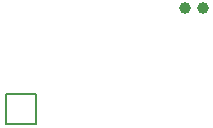
<source format=gbr>
%TF.GenerationSoftware,KiCad,Pcbnew,(6.0.7-1)-1*%
%TF.CreationDate,2022-08-21T00:28:12+10:00*%
%TF.ProjectId,buckyboard_v1,6275636b-7962-46f6-9172-645f76312e6b,v1.0.0*%
%TF.SameCoordinates,Original*%
%TF.FileFunction,Legend,Top*%
%TF.FilePolarity,Positive*%
%FSLAX46Y46*%
G04 Gerber Fmt 4.6, Leading zero omitted, Abs format (unit mm)*
G04 Created by KiCad (PCBNEW (6.0.7-1)-1) date 2022-08-21 00:28:12*
%MOMM*%
%LPD*%
G01*
G04 APERTURE LIST*
%ADD10C,0.150000*%
%ADD11C,1.000000*%
G04 APERTURE END LIST*
D10*
%TO.C,*%
%TO.C,MCU1*%
%TO.C,*%
%TO.C,MCU1*%
X87110000Y29550000D02*
X87110000Y32090000D01*
X89650000Y29550000D02*
X87110000Y29550000D01*
X89650000Y32090000D02*
X89650000Y29550000D01*
X89650000Y32090000D02*
X87110000Y32090000D01*
%TD*%
D11*
%TO.C,*%
X102250000Y39350000D03*
X103750000Y39350000D03*
%TD*%
M02*

</source>
